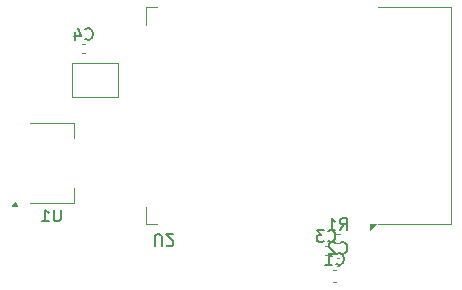
<source format=gbr>
%TF.GenerationSoftware,KiCad,Pcbnew,8.0.3*%
%TF.CreationDate,2024-08-22T18:58:11+02:00*%
%TF.ProjectId,inz,696e7a2e-6b69-4636-9164-5f7063625858,rev?*%
%TF.SameCoordinates,Original*%
%TF.FileFunction,Legend,Bot*%
%TF.FilePolarity,Positive*%
%FSLAX46Y46*%
G04 Gerber Fmt 4.6, Leading zero omitted, Abs format (unit mm)*
G04 Created by KiCad (PCBNEW 8.0.3) date 2024-08-22 18:58:11*
%MOMM*%
%LPD*%
G01*
G04 APERTURE LIST*
%ADD10C,0.150000*%
%ADD11C,0.120000*%
%ADD12C,0.050000*%
G04 APERTURE END LIST*
D10*
X111348095Y-146445180D02*
X111348095Y-145635657D01*
X111348095Y-145635657D02*
X111395714Y-145540419D01*
X111395714Y-145540419D02*
X111443333Y-145492800D01*
X111443333Y-145492800D02*
X111538571Y-145445180D01*
X111538571Y-145445180D02*
X111729047Y-145445180D01*
X111729047Y-145445180D02*
X111824285Y-145492800D01*
X111824285Y-145492800D02*
X111871904Y-145540419D01*
X111871904Y-145540419D02*
X111919523Y-145635657D01*
X111919523Y-145635657D02*
X111919523Y-146445180D01*
X112348095Y-146349942D02*
X112395714Y-146397561D01*
X112395714Y-146397561D02*
X112490952Y-146445180D01*
X112490952Y-146445180D02*
X112729047Y-146445180D01*
X112729047Y-146445180D02*
X112824285Y-146397561D01*
X112824285Y-146397561D02*
X112871904Y-146349942D01*
X112871904Y-146349942D02*
X112919523Y-146254704D01*
X112919523Y-146254704D02*
X112919523Y-146159466D01*
X112919523Y-146159466D02*
X112871904Y-146016609D01*
X112871904Y-146016609D02*
X112300476Y-145445180D01*
X112300476Y-145445180D02*
X112919523Y-145445180D01*
X103361904Y-143354819D02*
X103361904Y-144164342D01*
X103361904Y-144164342D02*
X103314285Y-144259580D01*
X103314285Y-144259580D02*
X103266666Y-144307200D01*
X103266666Y-144307200D02*
X103171428Y-144354819D01*
X103171428Y-144354819D02*
X102980952Y-144354819D01*
X102980952Y-144354819D02*
X102885714Y-144307200D01*
X102885714Y-144307200D02*
X102838095Y-144259580D01*
X102838095Y-144259580D02*
X102790476Y-144164342D01*
X102790476Y-144164342D02*
X102790476Y-143354819D01*
X101790476Y-144354819D02*
X102361904Y-144354819D01*
X102076190Y-144354819D02*
X102076190Y-143354819D01*
X102076190Y-143354819D02*
X102171428Y-143497676D01*
X102171428Y-143497676D02*
X102266666Y-143592914D01*
X102266666Y-143592914D02*
X102361904Y-143640533D01*
X127016666Y-145084819D02*
X127349999Y-144608628D01*
X127588094Y-145084819D02*
X127588094Y-144084819D01*
X127588094Y-144084819D02*
X127207142Y-144084819D01*
X127207142Y-144084819D02*
X127111904Y-144132438D01*
X127111904Y-144132438D02*
X127064285Y-144180057D01*
X127064285Y-144180057D02*
X127016666Y-144275295D01*
X127016666Y-144275295D02*
X127016666Y-144418152D01*
X127016666Y-144418152D02*
X127064285Y-144513390D01*
X127064285Y-144513390D02*
X127111904Y-144561009D01*
X127111904Y-144561009D02*
X127207142Y-144608628D01*
X127207142Y-144608628D02*
X127588094Y-144608628D01*
X126064285Y-145084819D02*
X126635713Y-145084819D01*
X126349999Y-145084819D02*
X126349999Y-144084819D01*
X126349999Y-144084819D02*
X126445237Y-144227676D01*
X126445237Y-144227676D02*
X126540475Y-144322914D01*
X126540475Y-144322914D02*
X126635713Y-144370533D01*
X126716666Y-147929580D02*
X126764285Y-147977200D01*
X126764285Y-147977200D02*
X126907142Y-148024819D01*
X126907142Y-148024819D02*
X127002380Y-148024819D01*
X127002380Y-148024819D02*
X127145237Y-147977200D01*
X127145237Y-147977200D02*
X127240475Y-147881961D01*
X127240475Y-147881961D02*
X127288094Y-147786723D01*
X127288094Y-147786723D02*
X127335713Y-147596247D01*
X127335713Y-147596247D02*
X127335713Y-147453390D01*
X127335713Y-147453390D02*
X127288094Y-147262914D01*
X127288094Y-147262914D02*
X127240475Y-147167676D01*
X127240475Y-147167676D02*
X127145237Y-147072438D01*
X127145237Y-147072438D02*
X127002380Y-147024819D01*
X127002380Y-147024819D02*
X126907142Y-147024819D01*
X126907142Y-147024819D02*
X126764285Y-147072438D01*
X126764285Y-147072438D02*
X126716666Y-147120057D01*
X125764285Y-148024819D02*
X126335713Y-148024819D01*
X126049999Y-148024819D02*
X126049999Y-147024819D01*
X126049999Y-147024819D02*
X126145237Y-147167676D01*
X126145237Y-147167676D02*
X126240475Y-147262914D01*
X126240475Y-147262914D02*
X126335713Y-147310533D01*
X126016666Y-145999580D02*
X126064285Y-146047200D01*
X126064285Y-146047200D02*
X126207142Y-146094819D01*
X126207142Y-146094819D02*
X126302380Y-146094819D01*
X126302380Y-146094819D02*
X126445237Y-146047200D01*
X126445237Y-146047200D02*
X126540475Y-145951961D01*
X126540475Y-145951961D02*
X126588094Y-145856723D01*
X126588094Y-145856723D02*
X126635713Y-145666247D01*
X126635713Y-145666247D02*
X126635713Y-145523390D01*
X126635713Y-145523390D02*
X126588094Y-145332914D01*
X126588094Y-145332914D02*
X126540475Y-145237676D01*
X126540475Y-145237676D02*
X126445237Y-145142438D01*
X126445237Y-145142438D02*
X126302380Y-145094819D01*
X126302380Y-145094819D02*
X126207142Y-145094819D01*
X126207142Y-145094819D02*
X126064285Y-145142438D01*
X126064285Y-145142438D02*
X126016666Y-145190057D01*
X125683332Y-145094819D02*
X125064285Y-145094819D01*
X125064285Y-145094819D02*
X125397618Y-145475771D01*
X125397618Y-145475771D02*
X125254761Y-145475771D01*
X125254761Y-145475771D02*
X125159523Y-145523390D01*
X125159523Y-145523390D02*
X125111904Y-145571009D01*
X125111904Y-145571009D02*
X125064285Y-145666247D01*
X125064285Y-145666247D02*
X125064285Y-145904342D01*
X125064285Y-145904342D02*
X125111904Y-145999580D01*
X125111904Y-145999580D02*
X125159523Y-146047200D01*
X125159523Y-146047200D02*
X125254761Y-146094819D01*
X125254761Y-146094819D02*
X125540475Y-146094819D01*
X125540475Y-146094819D02*
X125635713Y-146047200D01*
X125635713Y-146047200D02*
X125683332Y-145999580D01*
X127016666Y-146999580D02*
X127064285Y-147047200D01*
X127064285Y-147047200D02*
X127207142Y-147094819D01*
X127207142Y-147094819D02*
X127302380Y-147094819D01*
X127302380Y-147094819D02*
X127445237Y-147047200D01*
X127445237Y-147047200D02*
X127540475Y-146951961D01*
X127540475Y-146951961D02*
X127588094Y-146856723D01*
X127588094Y-146856723D02*
X127635713Y-146666247D01*
X127635713Y-146666247D02*
X127635713Y-146523390D01*
X127635713Y-146523390D02*
X127588094Y-146332914D01*
X127588094Y-146332914D02*
X127540475Y-146237676D01*
X127540475Y-146237676D02*
X127445237Y-146142438D01*
X127445237Y-146142438D02*
X127302380Y-146094819D01*
X127302380Y-146094819D02*
X127207142Y-146094819D01*
X127207142Y-146094819D02*
X127064285Y-146142438D01*
X127064285Y-146142438D02*
X127016666Y-146190057D01*
X126635713Y-146190057D02*
X126588094Y-146142438D01*
X126588094Y-146142438D02*
X126492856Y-146094819D01*
X126492856Y-146094819D02*
X126254761Y-146094819D01*
X126254761Y-146094819D02*
X126159523Y-146142438D01*
X126159523Y-146142438D02*
X126111904Y-146190057D01*
X126111904Y-146190057D02*
X126064285Y-146285295D01*
X126064285Y-146285295D02*
X126064285Y-146380533D01*
X126064285Y-146380533D02*
X126111904Y-146523390D01*
X126111904Y-146523390D02*
X126683332Y-147094819D01*
X126683332Y-147094819D02*
X126064285Y-147094819D01*
X105466666Y-128899580D02*
X105514285Y-128947200D01*
X105514285Y-128947200D02*
X105657142Y-128994819D01*
X105657142Y-128994819D02*
X105752380Y-128994819D01*
X105752380Y-128994819D02*
X105895237Y-128947200D01*
X105895237Y-128947200D02*
X105990475Y-128851961D01*
X105990475Y-128851961D02*
X106038094Y-128756723D01*
X106038094Y-128756723D02*
X106085713Y-128566247D01*
X106085713Y-128566247D02*
X106085713Y-128423390D01*
X106085713Y-128423390D02*
X106038094Y-128232914D01*
X106038094Y-128232914D02*
X105990475Y-128137676D01*
X105990475Y-128137676D02*
X105895237Y-128042438D01*
X105895237Y-128042438D02*
X105752380Y-127994819D01*
X105752380Y-127994819D02*
X105657142Y-127994819D01*
X105657142Y-127994819D02*
X105514285Y-128042438D01*
X105514285Y-128042438D02*
X105466666Y-128090057D01*
X104609523Y-128328152D02*
X104609523Y-128994819D01*
X104847618Y-127947200D02*
X105085713Y-128661485D01*
X105085713Y-128661485D02*
X104466666Y-128661485D01*
D11*
%TO.C,U2*%
X130210000Y-144600000D02*
X136410000Y-144600000D01*
X136410000Y-126200000D02*
X136410000Y-144600000D01*
X110560000Y-144600000D02*
X111560000Y-144600000D01*
X110560000Y-143100000D02*
X110560000Y-144600000D01*
X130210000Y-126200000D02*
X136410000Y-126200000D01*
X110560000Y-127700000D02*
X110560000Y-126200000D01*
X111560000Y-126200000D02*
X110560000Y-126200000D01*
X129535000Y-145100000D02*
X129535000Y-144600000D01*
X130035000Y-144600000D01*
X129535000Y-145100000D01*
G36*
X129535000Y-145100000D02*
G01*
X129535000Y-144600000D01*
X130035000Y-144600000D01*
X129535000Y-145100000D01*
G37*
%TO.C,U1*%
X104510000Y-142810000D02*
X100750000Y-142810000D01*
X104510000Y-135990000D02*
X100750000Y-135990000D01*
X104510000Y-141550000D02*
X104510000Y-142810000D01*
X104510000Y-137250000D02*
X104510000Y-135990000D01*
X99710000Y-143040000D02*
X99230000Y-143040000D01*
X99470000Y-142710000D01*
X99710000Y-143040000D01*
G36*
X99710000Y-143040000D02*
G01*
X99230000Y-143040000D01*
X99470000Y-142710000D01*
X99710000Y-143040000D01*
G37*
%TO.C,R1*%
X126696359Y-145420000D02*
X127003641Y-145420000D01*
X126696359Y-146180000D02*
X127003641Y-146180000D01*
%TO.C,C1*%
X126409420Y-148490000D02*
X126690580Y-148490000D01*
X126409420Y-149510000D02*
X126690580Y-149510000D01*
%TO.C,C3*%
X125742164Y-146440000D02*
X125957836Y-146440000D01*
X125742164Y-147160000D02*
X125957836Y-147160000D01*
%TO.C,ST1*%
D12*
X108250000Y-130950000D02*
X104350000Y-130950000D01*
X104350000Y-133850000D01*
X108250000Y-133850000D01*
X108250000Y-130950000D01*
D11*
%TO.C,C2*%
X126742164Y-147440000D02*
X126957836Y-147440000D01*
X126742164Y-148160000D02*
X126957836Y-148160000D01*
%TO.C,C4*%
X105192164Y-129340000D02*
X105407836Y-129340000D01*
X105192164Y-130060000D02*
X105407836Y-130060000D01*
%TD*%
M02*

</source>
